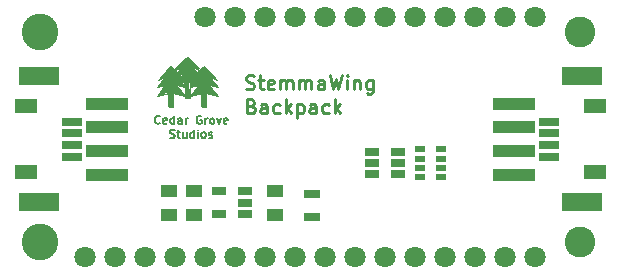
<source format=gts>
G04 #@! TF.GenerationSoftware,KiCad,Pcbnew,(5.0.0-rc2-dev-444-g2974a2c10)*
G04 #@! TF.CreationDate,2019-11-26T19:34:52-08:00*
G04 #@! TF.ProjectId,StemmaWing_Backpack,5374656D6D6157696E675F4261636B70,v02*
G04 #@! TF.SameCoordinates,Original*
G04 #@! TF.FileFunction,Soldermask,Top*
G04 #@! TF.FilePolarity,Negative*
%FSLAX46Y46*%
G04 Gerber Fmt 4.6, Leading zero omitted, Abs format (unit mm)*
G04 Created by KiCad (PCBNEW (5.0.0-rc2-dev-444-g2974a2c10)) date 11/26/19 19:34:52*
%MOMM*%
%LPD*%
G01*
G04 APERTURE LIST*
%ADD10C,0.240000*%
%ADD11C,0.150000*%
%ADD12C,0.100000*%
%ADD13R,1.901600X1.301600*%
%ADD14R,1.651600X0.701600*%
%ADD15R,1.351600X1.101600*%
%ADD16C,1.801600*%
%ADD17C,2.601600*%
%ADD18C,3.101600*%
%ADD19R,1.401600X0.801600*%
%ADD20R,0.901600X0.601600*%
%ADD21R,0.901600X0.501600*%
%ADD22R,1.161600X0.751600*%
%ADD23R,3.601600X1.101600*%
%ADD24R,3.501600X1.601600*%
G04 APERTURE END LIST*
D10*
X127384571Y-90965714D02*
X127556000Y-91022857D01*
X127841714Y-91022857D01*
X127956000Y-90965714D01*
X128013142Y-90908571D01*
X128070285Y-90794285D01*
X128070285Y-90680000D01*
X128013142Y-90565714D01*
X127956000Y-90508571D01*
X127841714Y-90451428D01*
X127613142Y-90394285D01*
X127498857Y-90337142D01*
X127441714Y-90280000D01*
X127384571Y-90165714D01*
X127384571Y-90051428D01*
X127441714Y-89937142D01*
X127498857Y-89880000D01*
X127613142Y-89822857D01*
X127898857Y-89822857D01*
X128070285Y-89880000D01*
X128413142Y-90222857D02*
X128870285Y-90222857D01*
X128584571Y-89822857D02*
X128584571Y-90851428D01*
X128641714Y-90965714D01*
X128756000Y-91022857D01*
X128870285Y-91022857D01*
X129727428Y-90965714D02*
X129613142Y-91022857D01*
X129384571Y-91022857D01*
X129270285Y-90965714D01*
X129213142Y-90851428D01*
X129213142Y-90394285D01*
X129270285Y-90280000D01*
X129384571Y-90222857D01*
X129613142Y-90222857D01*
X129727428Y-90280000D01*
X129784571Y-90394285D01*
X129784571Y-90508571D01*
X129213142Y-90622857D01*
X130298857Y-91022857D02*
X130298857Y-90222857D01*
X130298857Y-90337142D02*
X130356000Y-90280000D01*
X130470285Y-90222857D01*
X130641714Y-90222857D01*
X130756000Y-90280000D01*
X130813142Y-90394285D01*
X130813142Y-91022857D01*
X130813142Y-90394285D02*
X130870285Y-90280000D01*
X130984571Y-90222857D01*
X131156000Y-90222857D01*
X131270285Y-90280000D01*
X131327428Y-90394285D01*
X131327428Y-91022857D01*
X131898857Y-91022857D02*
X131898857Y-90222857D01*
X131898857Y-90337142D02*
X131956000Y-90280000D01*
X132070285Y-90222857D01*
X132241714Y-90222857D01*
X132356000Y-90280000D01*
X132413142Y-90394285D01*
X132413142Y-91022857D01*
X132413142Y-90394285D02*
X132470285Y-90280000D01*
X132584571Y-90222857D01*
X132756000Y-90222857D01*
X132870285Y-90280000D01*
X132927428Y-90394285D01*
X132927428Y-91022857D01*
X134013142Y-91022857D02*
X134013142Y-90394285D01*
X133956000Y-90280000D01*
X133841714Y-90222857D01*
X133613142Y-90222857D01*
X133498857Y-90280000D01*
X134013142Y-90965714D02*
X133898857Y-91022857D01*
X133613142Y-91022857D01*
X133498857Y-90965714D01*
X133441714Y-90851428D01*
X133441714Y-90737142D01*
X133498857Y-90622857D01*
X133613142Y-90565714D01*
X133898857Y-90565714D01*
X134013142Y-90508571D01*
X134470285Y-89822857D02*
X134756000Y-91022857D01*
X134984571Y-90165714D01*
X135213142Y-91022857D01*
X135498857Y-89822857D01*
X135956000Y-91022857D02*
X135956000Y-90222857D01*
X135956000Y-89822857D02*
X135898857Y-89880000D01*
X135956000Y-89937142D01*
X136013142Y-89880000D01*
X135956000Y-89822857D01*
X135956000Y-89937142D01*
X136527428Y-90222857D02*
X136527428Y-91022857D01*
X136527428Y-90337142D02*
X136584571Y-90280000D01*
X136698857Y-90222857D01*
X136870285Y-90222857D01*
X136984571Y-90280000D01*
X137041714Y-90394285D01*
X137041714Y-91022857D01*
X138127428Y-90222857D02*
X138127428Y-91194285D01*
X138070285Y-91308571D01*
X138013142Y-91365714D01*
X137898857Y-91422857D01*
X137727428Y-91422857D01*
X137613142Y-91365714D01*
X138127428Y-90965714D02*
X138013142Y-91022857D01*
X137784571Y-91022857D01*
X137670285Y-90965714D01*
X137613142Y-90908571D01*
X137556000Y-90794285D01*
X137556000Y-90451428D01*
X137613142Y-90337142D01*
X137670285Y-90280000D01*
X137784571Y-90222857D01*
X138013142Y-90222857D01*
X138127428Y-90280000D01*
X127841714Y-92434285D02*
X128013142Y-92491428D01*
X128070285Y-92548571D01*
X128127428Y-92662857D01*
X128127428Y-92834285D01*
X128070285Y-92948571D01*
X128013142Y-93005714D01*
X127898857Y-93062857D01*
X127441714Y-93062857D01*
X127441714Y-91862857D01*
X127841714Y-91862857D01*
X127956000Y-91920000D01*
X128013142Y-91977142D01*
X128070285Y-92091428D01*
X128070285Y-92205714D01*
X128013142Y-92320000D01*
X127956000Y-92377142D01*
X127841714Y-92434285D01*
X127441714Y-92434285D01*
X129156000Y-93062857D02*
X129156000Y-92434285D01*
X129098857Y-92320000D01*
X128984571Y-92262857D01*
X128756000Y-92262857D01*
X128641714Y-92320000D01*
X129156000Y-93005714D02*
X129041714Y-93062857D01*
X128756000Y-93062857D01*
X128641714Y-93005714D01*
X128584571Y-92891428D01*
X128584571Y-92777142D01*
X128641714Y-92662857D01*
X128756000Y-92605714D01*
X129041714Y-92605714D01*
X129156000Y-92548571D01*
X130241714Y-93005714D02*
X130127428Y-93062857D01*
X129898857Y-93062857D01*
X129784571Y-93005714D01*
X129727428Y-92948571D01*
X129670285Y-92834285D01*
X129670285Y-92491428D01*
X129727428Y-92377142D01*
X129784571Y-92320000D01*
X129898857Y-92262857D01*
X130127428Y-92262857D01*
X130241714Y-92320000D01*
X130756000Y-93062857D02*
X130756000Y-91862857D01*
X130870285Y-92605714D02*
X131213142Y-93062857D01*
X131213142Y-92262857D02*
X130756000Y-92720000D01*
X131727428Y-92262857D02*
X131727428Y-93462857D01*
X131727428Y-92320000D02*
X131841714Y-92262857D01*
X132070285Y-92262857D01*
X132184571Y-92320000D01*
X132241714Y-92377142D01*
X132298857Y-92491428D01*
X132298857Y-92834285D01*
X132241714Y-92948571D01*
X132184571Y-93005714D01*
X132070285Y-93062857D01*
X131841714Y-93062857D01*
X131727428Y-93005714D01*
X133327428Y-93062857D02*
X133327428Y-92434285D01*
X133270285Y-92320000D01*
X133156000Y-92262857D01*
X132927428Y-92262857D01*
X132813142Y-92320000D01*
X133327428Y-93005714D02*
X133213142Y-93062857D01*
X132927428Y-93062857D01*
X132813142Y-93005714D01*
X132756000Y-92891428D01*
X132756000Y-92777142D01*
X132813142Y-92662857D01*
X132927428Y-92605714D01*
X133213142Y-92605714D01*
X133327428Y-92548571D01*
X134413142Y-93005714D02*
X134298857Y-93062857D01*
X134070285Y-93062857D01*
X133956000Y-93005714D01*
X133898857Y-92948571D01*
X133841714Y-92834285D01*
X133841714Y-92491428D01*
X133898857Y-92377142D01*
X133956000Y-92320000D01*
X134070285Y-92262857D01*
X134298857Y-92262857D01*
X134413142Y-92320000D01*
X134927428Y-93062857D02*
X134927428Y-91862857D01*
X135041714Y-92605714D02*
X135384571Y-93062857D01*
X135384571Y-92262857D02*
X134927428Y-92720000D01*
D11*
X120100000Y-93875000D02*
X120066666Y-93908333D01*
X119966666Y-93941666D01*
X119900000Y-93941666D01*
X119800000Y-93908333D01*
X119733333Y-93841666D01*
X119700000Y-93775000D01*
X119666666Y-93641666D01*
X119666666Y-93541666D01*
X119700000Y-93408333D01*
X119733333Y-93341666D01*
X119800000Y-93275000D01*
X119900000Y-93241666D01*
X119966666Y-93241666D01*
X120066666Y-93275000D01*
X120100000Y-93308333D01*
X120666666Y-93908333D02*
X120600000Y-93941666D01*
X120466666Y-93941666D01*
X120400000Y-93908333D01*
X120366666Y-93841666D01*
X120366666Y-93575000D01*
X120400000Y-93508333D01*
X120466666Y-93475000D01*
X120600000Y-93475000D01*
X120666666Y-93508333D01*
X120700000Y-93575000D01*
X120700000Y-93641666D01*
X120366666Y-93708333D01*
X121300000Y-93941666D02*
X121300000Y-93241666D01*
X121300000Y-93908333D02*
X121233333Y-93941666D01*
X121100000Y-93941666D01*
X121033333Y-93908333D01*
X121000000Y-93875000D01*
X120966666Y-93808333D01*
X120966666Y-93608333D01*
X121000000Y-93541666D01*
X121033333Y-93508333D01*
X121100000Y-93475000D01*
X121233333Y-93475000D01*
X121300000Y-93508333D01*
X121933333Y-93941666D02*
X121933333Y-93575000D01*
X121900000Y-93508333D01*
X121833333Y-93475000D01*
X121700000Y-93475000D01*
X121633333Y-93508333D01*
X121933333Y-93908333D02*
X121866666Y-93941666D01*
X121700000Y-93941666D01*
X121633333Y-93908333D01*
X121600000Y-93841666D01*
X121600000Y-93775000D01*
X121633333Y-93708333D01*
X121700000Y-93675000D01*
X121866666Y-93675000D01*
X121933333Y-93641666D01*
X122266666Y-93941666D02*
X122266666Y-93475000D01*
X122266666Y-93608333D02*
X122300000Y-93541666D01*
X122333333Y-93508333D01*
X122400000Y-93475000D01*
X122466666Y-93475000D01*
X123600000Y-93275000D02*
X123533333Y-93241666D01*
X123433333Y-93241666D01*
X123333333Y-93275000D01*
X123266666Y-93341666D01*
X123233333Y-93408333D01*
X123200000Y-93541666D01*
X123200000Y-93641666D01*
X123233333Y-93775000D01*
X123266666Y-93841666D01*
X123333333Y-93908333D01*
X123433333Y-93941666D01*
X123500000Y-93941666D01*
X123600000Y-93908333D01*
X123633333Y-93875000D01*
X123633333Y-93641666D01*
X123500000Y-93641666D01*
X123933333Y-93941666D02*
X123933333Y-93475000D01*
X123933333Y-93608333D02*
X123966666Y-93541666D01*
X124000000Y-93508333D01*
X124066666Y-93475000D01*
X124133333Y-93475000D01*
X124466666Y-93941666D02*
X124400000Y-93908333D01*
X124366666Y-93875000D01*
X124333333Y-93808333D01*
X124333333Y-93608333D01*
X124366666Y-93541666D01*
X124400000Y-93508333D01*
X124466666Y-93475000D01*
X124566666Y-93475000D01*
X124633333Y-93508333D01*
X124666666Y-93541666D01*
X124700000Y-93608333D01*
X124700000Y-93808333D01*
X124666666Y-93875000D01*
X124633333Y-93908333D01*
X124566666Y-93941666D01*
X124466666Y-93941666D01*
X124933333Y-93475000D02*
X125100000Y-93941666D01*
X125266666Y-93475000D01*
X125800000Y-93908333D02*
X125733333Y-93941666D01*
X125600000Y-93941666D01*
X125533333Y-93908333D01*
X125500000Y-93841666D01*
X125500000Y-93575000D01*
X125533333Y-93508333D01*
X125600000Y-93475000D01*
X125733333Y-93475000D01*
X125800000Y-93508333D01*
X125833333Y-93575000D01*
X125833333Y-93641666D01*
X125500000Y-93708333D01*
X120950000Y-95108333D02*
X121050000Y-95141666D01*
X121216666Y-95141666D01*
X121283333Y-95108333D01*
X121316666Y-95075000D01*
X121350000Y-95008333D01*
X121350000Y-94941666D01*
X121316666Y-94875000D01*
X121283333Y-94841666D01*
X121216666Y-94808333D01*
X121083333Y-94775000D01*
X121016666Y-94741666D01*
X120983333Y-94708333D01*
X120950000Y-94641666D01*
X120950000Y-94575000D01*
X120983333Y-94508333D01*
X121016666Y-94475000D01*
X121083333Y-94441666D01*
X121250000Y-94441666D01*
X121350000Y-94475000D01*
X121550000Y-94675000D02*
X121816666Y-94675000D01*
X121650000Y-94441666D02*
X121650000Y-95041666D01*
X121683333Y-95108333D01*
X121750000Y-95141666D01*
X121816666Y-95141666D01*
X122350000Y-94675000D02*
X122350000Y-95141666D01*
X122050000Y-94675000D02*
X122050000Y-95041666D01*
X122083333Y-95108333D01*
X122150000Y-95141666D01*
X122250000Y-95141666D01*
X122316666Y-95108333D01*
X122350000Y-95075000D01*
X122983333Y-95141666D02*
X122983333Y-94441666D01*
X122983333Y-95108333D02*
X122916666Y-95141666D01*
X122783333Y-95141666D01*
X122716666Y-95108333D01*
X122683333Y-95075000D01*
X122650000Y-95008333D01*
X122650000Y-94808333D01*
X122683333Y-94741666D01*
X122716666Y-94708333D01*
X122783333Y-94675000D01*
X122916666Y-94675000D01*
X122983333Y-94708333D01*
X123316666Y-95141666D02*
X123316666Y-94675000D01*
X123316666Y-94441666D02*
X123283333Y-94475000D01*
X123316666Y-94508333D01*
X123350000Y-94475000D01*
X123316666Y-94441666D01*
X123316666Y-94508333D01*
X123750000Y-95141666D02*
X123683333Y-95108333D01*
X123650000Y-95075000D01*
X123616666Y-95008333D01*
X123616666Y-94808333D01*
X123650000Y-94741666D01*
X123683333Y-94708333D01*
X123750000Y-94675000D01*
X123850000Y-94675000D01*
X123916666Y-94708333D01*
X123950000Y-94741666D01*
X123983333Y-94808333D01*
X123983333Y-95008333D01*
X123950000Y-95075000D01*
X123916666Y-95108333D01*
X123850000Y-95141666D01*
X123750000Y-95141666D01*
X124250000Y-95108333D02*
X124316666Y-95141666D01*
X124450000Y-95141666D01*
X124516666Y-95108333D01*
X124550000Y-95041666D01*
X124550000Y-95008333D01*
X124516666Y-94941666D01*
X124450000Y-94908333D01*
X124350000Y-94908333D01*
X124283333Y-94875000D01*
X124250000Y-94808333D01*
X124250000Y-94775000D01*
X124283333Y-94708333D01*
X124350000Y-94675000D01*
X124450000Y-94675000D01*
X124516666Y-94708333D01*
D12*
X121808000Y-90104000D02*
X121718000Y-90194000D01*
X122058000Y-89774000D02*
X121918000Y-89954000D01*
X121818000Y-89904000D02*
X122058000Y-89774000D01*
X122058000Y-89134000D02*
X121608000Y-89604000D01*
X122918000Y-89944000D02*
X122848000Y-89864000D01*
X122828000Y-89124000D02*
X123418000Y-89354000D01*
X122408000Y-88274000D02*
X121368000Y-89314000D01*
X121398000Y-89384000D02*
X122028000Y-89124000D01*
X123128000Y-90194000D02*
X123058000Y-90114000D01*
X122628000Y-90524000D02*
X122778000Y-90584000D01*
X122078000Y-90594000D02*
X122228000Y-90524000D01*
X123278000Y-89604000D02*
X122828000Y-89124000D01*
X123458000Y-89334000D02*
X122458000Y-88264000D01*
X122228000Y-90524000D02*
X122228000Y-91724000D01*
X122228000Y-91724000D02*
X122628000Y-91724000D01*
X122828000Y-89824000D02*
X122998000Y-89874000D01*
X122628000Y-91724000D02*
X122628000Y-90524000D01*
X121228000Y-91324000D02*
X122228000Y-91624000D01*
X119828000Y-90824000D02*
X120628000Y-90624000D01*
X119828000Y-91624000D02*
X120828000Y-91324000D01*
X120628000Y-90624000D02*
X119828000Y-91624000D01*
X121028000Y-89024000D02*
X119928000Y-90224000D01*
X119928000Y-90224000D02*
X120628000Y-89924000D01*
X120628000Y-89924000D02*
X119828000Y-90824000D01*
X121428000Y-90624000D02*
X122228000Y-90824000D01*
X122228000Y-90824000D02*
X121428000Y-89924000D01*
X122128000Y-90224000D02*
X121028000Y-89024000D01*
X121428000Y-89924000D02*
X122128000Y-90224000D01*
X121228000Y-92524000D02*
X121228000Y-91324000D01*
X120828000Y-92524000D02*
X121228000Y-92524000D01*
X122228000Y-91624000D02*
X121428000Y-90624000D01*
X120828000Y-91324000D02*
X120828000Y-92524000D01*
X122628000Y-91624000D02*
X123628000Y-91324000D01*
X123428000Y-90624000D02*
X122628000Y-91624000D01*
X122628000Y-90824000D02*
X123428000Y-90624000D01*
X123428000Y-89924000D02*
X122628000Y-90824000D01*
X122728000Y-90224000D02*
X123428000Y-89924000D01*
X123828000Y-89024000D02*
X122728000Y-90224000D01*
X124928000Y-90224000D02*
X123828000Y-89024000D01*
X124228000Y-89924000D02*
X124928000Y-90224000D01*
X125028000Y-90824000D02*
X124228000Y-89924000D01*
X124228000Y-90624000D02*
X125028000Y-90824000D01*
X125028000Y-91624000D02*
X124228000Y-90624000D01*
X124028000Y-91324000D02*
X125028000Y-91624000D01*
X124028000Y-92524000D02*
X124028000Y-91324000D01*
X123628000Y-92524000D02*
X124028000Y-92524000D01*
X123628000Y-91324000D02*
X123628000Y-92524000D01*
D11*
G36*
X121018000Y-89144000D02*
X120188000Y-90044000D01*
X120758000Y-89844000D01*
X120008000Y-90714000D01*
X120738000Y-90554000D01*
X119988000Y-91514000D01*
X120907000Y-91186000D01*
X120907000Y-92456000D01*
X121161000Y-92456000D01*
X121161000Y-91186000D01*
X122108000Y-91534000D01*
X121258000Y-90524000D01*
X122068000Y-90724000D01*
X121288000Y-89864000D01*
X121848000Y-90004000D01*
X121018000Y-89144000D01*
G37*
X121018000Y-89144000D02*
X120188000Y-90044000D01*
X120758000Y-89844000D01*
X120008000Y-90714000D01*
X120738000Y-90554000D01*
X119988000Y-91514000D01*
X120907000Y-91186000D01*
X120907000Y-92456000D01*
X121161000Y-92456000D01*
X121161000Y-91186000D01*
X122108000Y-91534000D01*
X121258000Y-90524000D01*
X122068000Y-90724000D01*
X121288000Y-89864000D01*
X121848000Y-90004000D01*
X121018000Y-89144000D01*
G36*
X123828000Y-89114000D02*
X122908000Y-90104000D01*
X123638000Y-89764000D01*
X122768000Y-90744000D01*
X123558000Y-90554000D01*
X122778000Y-91534000D01*
X123698000Y-91254000D01*
X123698000Y-92474000D01*
X123978000Y-92464000D01*
X123978000Y-91244000D01*
X124888000Y-91534000D01*
X124128000Y-90554000D01*
X124918000Y-90754000D01*
X124068000Y-89804000D01*
X124738000Y-90094000D01*
X123828000Y-89114000D01*
G37*
X123828000Y-89114000D02*
X122908000Y-90104000D01*
X123638000Y-89764000D01*
X122768000Y-90744000D01*
X123558000Y-90554000D01*
X122778000Y-91534000D01*
X123698000Y-91254000D01*
X123698000Y-92474000D01*
X123978000Y-92464000D01*
X123978000Y-91244000D01*
X124888000Y-91534000D01*
X124128000Y-90554000D01*
X124918000Y-90754000D01*
X124068000Y-89804000D01*
X124738000Y-90094000D01*
X123828000Y-89114000D01*
G36*
X122418000Y-88344000D02*
X121438000Y-89304000D01*
X122238000Y-88984000D01*
X121418000Y-89924000D01*
X122258000Y-89674000D01*
X121328000Y-90784000D01*
X122328000Y-90344000D01*
X122328000Y-91654000D01*
X122548000Y-91654000D01*
X122508000Y-90354000D01*
X123498000Y-90854000D01*
X122718000Y-89764000D01*
X123488000Y-89934000D01*
X122558000Y-88914000D01*
X123358000Y-89274000D01*
X122418000Y-88344000D01*
G37*
X122418000Y-88344000D02*
X121438000Y-89304000D01*
X122238000Y-88984000D01*
X121418000Y-89924000D01*
X122258000Y-89674000D01*
X121328000Y-90784000D01*
X122328000Y-90344000D01*
X122328000Y-91654000D01*
X122548000Y-91654000D01*
X122508000Y-90354000D01*
X123498000Y-90854000D01*
X122718000Y-89764000D01*
X123488000Y-89934000D01*
X122558000Y-88914000D01*
X123358000Y-89274000D01*
X122418000Y-88344000D01*
D13*
X108762500Y-98050000D03*
X108762500Y-92450000D03*
D14*
X112637500Y-96750000D03*
X112637500Y-95750000D03*
X112637500Y-94750000D03*
X112637500Y-93750000D03*
D13*
X156937500Y-92450000D03*
X156937500Y-98050000D03*
D14*
X153062500Y-93750000D03*
X153062500Y-94750000D03*
X153062500Y-95750000D03*
X153062500Y-96750000D03*
D15*
X129880683Y-99658746D03*
X129880683Y-101658746D03*
X123022683Y-99658746D03*
X123022683Y-101658746D03*
X120863683Y-101658746D03*
X120863683Y-99658746D03*
D16*
X113715001Y-105206001D03*
X116255001Y-105206001D03*
X118795001Y-105206001D03*
X121335001Y-105206001D03*
X123875001Y-105206001D03*
X126415001Y-105206001D03*
X128955001Y-105206001D03*
X131495001Y-105206001D03*
X134035001Y-105206001D03*
X136575001Y-105206001D03*
X139115001Y-105206001D03*
X141655001Y-105206001D03*
X144195001Y-105206001D03*
X146735001Y-105206001D03*
X149275001Y-105206001D03*
X151815001Y-105206001D03*
X123875001Y-84886001D03*
X126415001Y-84886001D03*
X128955001Y-84886001D03*
X131495001Y-84886001D03*
X134035001Y-84886001D03*
X136575001Y-84886001D03*
X139115001Y-84886001D03*
X141655001Y-84886001D03*
X144195001Y-84886001D03*
X146735001Y-84886001D03*
X149275001Y-84886001D03*
X151815001Y-84886001D03*
D17*
X155625001Y-86156001D03*
X155625001Y-103936001D03*
D18*
X109905001Y-103936001D03*
X109905001Y-86156001D03*
D19*
X132969000Y-99908746D03*
X132969000Y-101808746D03*
D20*
X143902000Y-98482000D03*
D21*
X143902000Y-97682000D03*
D20*
X143902000Y-96082000D03*
D21*
X143902000Y-96882000D03*
D20*
X142102000Y-98482000D03*
D21*
X142102000Y-96882000D03*
X142102000Y-97682000D03*
D20*
X142102000Y-96082000D03*
D22*
X140292000Y-97282000D03*
X140292000Y-96332000D03*
X140292000Y-98232000D03*
X138092000Y-98232000D03*
X138092000Y-97282000D03*
X138092000Y-96332000D03*
X125097683Y-101558746D03*
X125097683Y-99658746D03*
X127297683Y-99658746D03*
X127297683Y-100608746D03*
X127297683Y-101558746D03*
D23*
X115625000Y-92250000D03*
X115625000Y-94250000D03*
X115625000Y-96250000D03*
X115625000Y-98250000D03*
D24*
X109875000Y-89900000D03*
X109875000Y-100600000D03*
X155825000Y-89900000D03*
X155825000Y-100600000D03*
D23*
X150075000Y-92250000D03*
X150075000Y-94250000D03*
X150075000Y-96250000D03*
X150075000Y-98250000D03*
M02*

</source>
